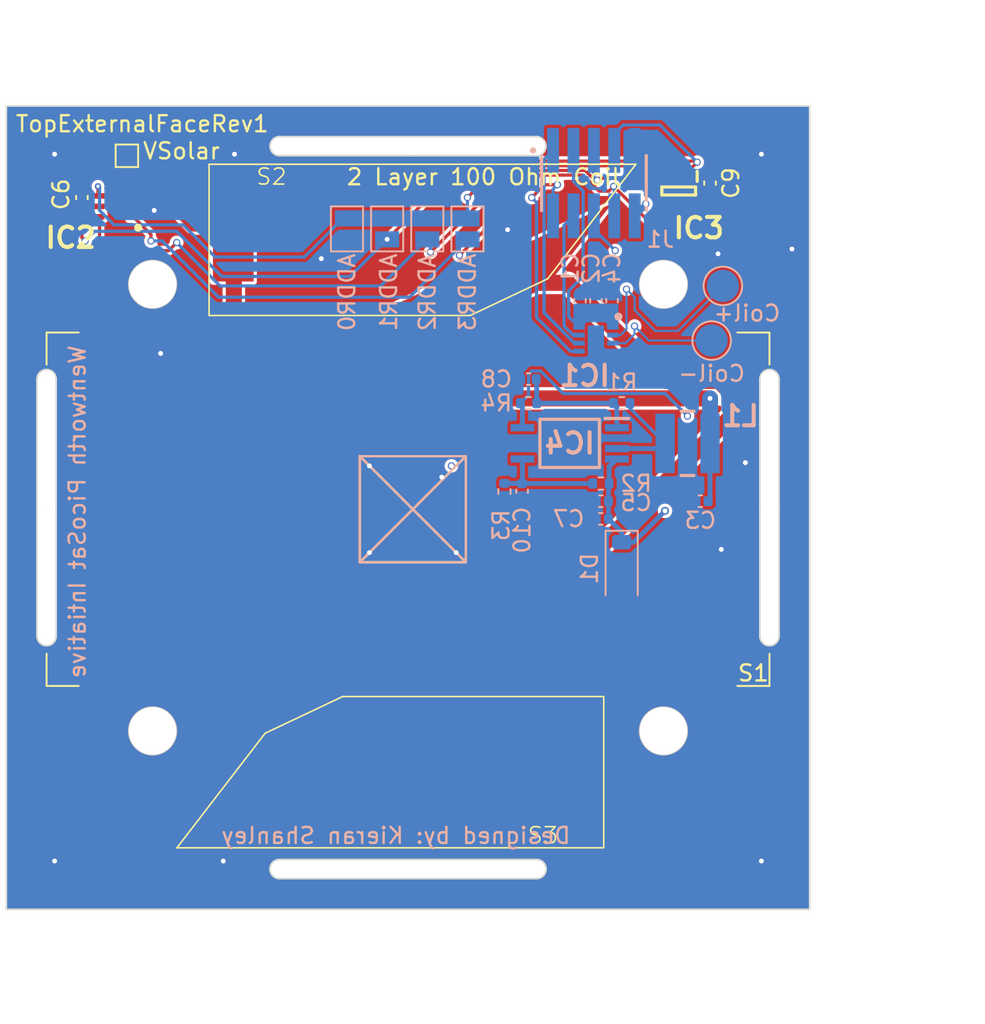
<source format=kicad_pcb>
(kicad_pcb (version 20221018) (generator pcbnew)
  (layers (0 "F.Cu" signal) (1 "In1.Cu" signal) (2 "In2.Cu" signal) (31 "B.Cu" signal) (34 "B.Paste" user) (35 "F.Paste" user) (36 "B.SilkS" user "B.Silkscreen") (37 "F.SilkS" user "F.Silkscreen") (38 "B.Mask" user) (39 "F.Mask" user) (44 "Edge.Cuts" user))
  (net 0 "")
  (net 1 "VBAT")
  (net 2 "GND")
  (net 3 "VHARVEST")
  (net 4 "VOUT")
  (net 5 "+1V8")
  (net 6 "Net-(IC4-MPP-SET)")
  (net 7 "Net-(IC4-VCTRL)")
  (net 8 "Coil+")
  (net 9 "PWM2")
  (net 10 "PWM1")
  (net 11 "EN")
  (net 12 "SCL")
  (net 13 "ADDR_SELECT")
  (net 14 "SDA")
  (net 18 "Net-(IC4-LX)")
  (net 19 "SPV_SHUTDOWN")
  (net 20 "Net-(S2--)")
  (footprint "KXOB121K04TF:SM141K06TFV" (layer "F.Cu") (at 125 125.1 180)
    (fp_text reference "S1" (at -21.5 -10.2 unlocked) (layer "F.SilkS"))
    (fp_text value "SM141K06TFV")
    (fp_line (start -22.5 -11) (end -22.5 -9) (stroke (width 0.12)) (layer "F.SilkS"))
    (fp_line (start -22.5 -11) (end -20.5 -11) (stroke (width 0.12)) (layer "F.SilkS"))
    (fp_line (start -22.5 11) (end -22.5 9) (stroke (width 0.12)) (layer "F.SilkS"))
    (fp_line (start -22.5 11) (end -20.5 11) (stroke (width 0.12)) (layer "F.SilkS"))
    (fp_line (start 22.5 -11) (end 20.5 -11) (stroke (width 0.12)) (layer "F.SilkS"))
    (fp_line (start 22.5 -11) (end 22.5 -9) (stroke (width 0.12)) (layer "F.SilkS"))
    (fp_line (start 22.5 11) (end 20.5 11) (stroke (width 0.12)) (layer "F.SilkS"))
    (fp_line (start 22.5 11) (end 22.5 9) (stroke (width 0.12)) (layer "F.SilkS"))
    (pad "0" smd circle (at -19.5 0 180) (size 3.5 3.5) (layers "F.Cu" "F.Mask") (net 2 "GND"))
    (pad "1" smd circle (at 19.5 0 180) (size 3.5 3.5) (layers "F.Cu" "F.Mask") (net 3 "VHARVEST"))
  )
  (footprint "TestPoint:TestPoint_Pad_1.0x1.0mm" (layer "F.Cu") (at 107.5 103.1)
    (fp_text reference "TP3")
    (fp_text value "VSolar" (at 3.4 -0.3) (layer "F.SilkS"))
    (fp_line (start -0.7 -0.7) (end 0.7 -0.7) (stroke (width 0.12)) (layer "F.SilkS"))
    (fp_line (start -0.7 0.7) (end -0.7 -0.7) (stroke (width 0.12)) (layer "F.SilkS"))
    (fp_line (start 0.7 -0.7) (end 0.7 0.7) (stroke (width 0.12)) (layer "F.SilkS"))
    (fp_line (start 0.7 0.7) (end -0.7 0.7) (stroke (width 0.12)) (layer "F.SilkS"))
    (pad "1" smd rect (at 0 0) (size 1 1) (layers "F.Cu" "F.Mask") (net 3 "VHARVEST"))
  )
  (footprint "Capacitor_SMD:C_0402_1005Metric" (layer "F.Cu") (at 143.8 104.8 90)
    (fp_text reference "C9" (at 0 1.3 90) (layer "F.SilkS"))
    (fp_text value "0.1uF")
    (fp_line (start -0.107836 -0.36) (end 0.107836 -0.36) (stroke (width 0.12)) (layer "F.SilkS"))
    (fp_line (start -0.107836 0.36) (end 0.107836 0.36) (stroke (width 0.12)) (layer "F.SilkS"))
    (pad "1" smd roundrect (at -0.48 0 90) (size 0.56 0.62) (layers "F.Cu" "F.Paste" "F.Mask") (net 2 "GND"))
    (pad "2" smd roundrect (at 0.48 0 90) (size 0.56 0.62) (layers "F.Cu" "F.Paste" "F.Mask") (net 5 "+1V8"))
  )
  (footprint "Capacitor_SMD:C_0402_1005Metric" (layer "F.Cu") (at 104.7 105.7 -90)
    (fp_text reference "C6" (at -0.2 1.3 -90) (layer "F.SilkS"))
    (fp_text value "0.1uF")
    (fp_line (start -0.107836 -0.36) (end 0.107836 -0.36) (stroke (width 0.12)) (layer "F.SilkS"))
    (fp_line (start -0.107836 0.36) (end 0.107836 0.36) (stroke (width 0.12)) (layer "F.SilkS"))
    (pad "1" smd roundrect (at -0.48 0 270) (size 0.56 0.62) (layers "F.Cu" "F.Paste" "F.Mask") (net 2 "GND"))
    (pad "2" smd roundrect (at 0.48 0 270) (size 0.56 0.62) (layers "F.Cu" "F.Paste" "F.Mask") (net 5 "+1V8"))
  )
  (footprint "OPT4048DTSR:SOTFL50P190X60-8N" (layer "F.Cu") (at 141.85 105.29 -90)
    (fp_text reference "IC3" (at 2.31 -1.25) (layer "F.SilkS") (effects (font (size 1.27 1.27) (thickness 0.254))))
    (fp_text value "OPT4048DTSR" hide)
    (fp_line (start -1.22 -1.15) (end -0.6 -1.15) (stroke (width 0.2)) (layer "F.SilkS"))
    (fp_line (start -0.25 -1.05) (end 0.25 -1.05) (stroke (width 0.2)) (layer "F.SilkS"))
    (fp_line (start -0.25 1.05) (end -0.25 -1.05) (stroke (width 0.2)) (layer "F.SilkS"))
    (fp_line (start 0.25 -1.05) (end 0.25 1.05) (stroke (width 0.2)) (layer "F.SilkS"))
    (fp_line (start 0.25 1.05) (end -0.25 1.05) (stroke (width 0.2)) (layer "F.SilkS"))
    (pad "1" smd rect (at -0.91 -0.75) (size 0.3 0.62) (layers "F.Cu" "F.Paste" "F.Mask") (net 5 "+1V8"))
    (pad "2" smd rect (at -0.91 -0.25) (size 0.3 0.62) (layers "F.Cu" "F.Paste" "F.Mask") (net 13 "ADDR_SELECT"))
    (pad "3" smd rect (at -0.91 0.25) (size 0.3 0.62) (layers "F.Cu" "F.Paste" "F.Mask"))
    (pad "4" smd rect (at -0.91 0.75) (size 0.3 0.62) (layers "F.Cu" "F.Paste" "F.Mask") (net 2 "GND"))
    (pad "5" smd rect (at 0.91 0.75) (size 0.3 0.62) (layers "F.Cu" "F.Paste" "F.Mask") (net 12 "SCL"))
    (pad "6" smd rect (at 0.91 0.25) (size 0.3 0.62) (layers "F.Cu" "F.Paste" "F.Mask"))
    (pad "7" smd rect (at 0.91 -0.25) (size 0.3 0.62) (layers "F.Cu" "F.Paste" "F.Mask"))
    (pad "8" smd rect (at 0.91 -0.75) (size 0.3 0.62) (layers "F.Cu" "F.Paste" "F.Mask") (net 14 "SDA"))
  )
  (footprint "Trisolar-x:solar" (layer "F.Cu") (at 128.0405 147.174003)
    (fp_text reference "S3" (at 5.3595 -1.774003 unlocked) (layer "F.SilkS") (effects (font (thickness 0.1))))
    (fp_text value "KXOB25-05X3TF")
    (fp_line (start -17.425 -1) (end -11.938 -8.128) (stroke (width 0.1)) (layer "F.SilkS"))
    (fp_line (start -11.938 -8.128) (end -7.112 -10.414) (stroke (width 0.1)) (layer "F.SilkS"))
    (fp_line (start -7.112 -10.414) (end 9.144 -10.414) (stroke (width 0.1)) (layer "F.SilkS"))
    (fp_line (start 9.144 -10.414) (end 9.144 -1) (stroke (width 0.1)) (layer "F.SilkS"))
    (fp_line (start 9.144 -1) (end -17.425 -1) (stroke (width 0.1)) (layer "F.SilkS"))
    (pad "0" smd trapezoid (at -8.89 -8.382 25) (size 11 3) (rect_delta 0 6) (layers "F.Cu" "F.Paste" "F.Mask") (net 2 "GND"))
    (pad "1" smd rect (at 7.635 -4.69) (size 2.53 7.22) (layers "F.Cu" "F.Paste" "F.Mask") (net 20 "Net-(S2--)"))
  )
  (footprint "Trisolar-x:solar" (layer "F.Cu") (at 121.7595 102.625997 180)
    (fp_text reference "S2" (at 5.2595 -1.774003 unlocked) (layer "F.SilkS") (effects (font (thickness 0.1))))
    (fp_text value "KXOB25-05X3TF")
    (fp_line (start -17.425 -1) (end -11.938 -8.128) (stroke (width 0.1)) (layer "F.SilkS"))
    (fp_line (start -11.938 -8.128) (end -7.112 -10.414) (stroke (width 0.1)) (layer "F.SilkS"))
    (fp_line (start -7.112 -10.414) (end 9.144 -10.414) (stroke (width 0.1)) (layer "F.SilkS"))
    (fp_line (start 9.144 -10.414) (end 9.144 -1) (stroke (width 0.1)) (layer "F.SilkS"))
    (fp_line (start 9.144 -1) (end -17.425 -1) (stroke (width 0.1)) (layer "F.SilkS"))
    (pad "0" smd trapezoid (at -8.89 -8.382 205) (size 11 3) (rect_delta 0 6) (layers "F.Cu" "F.Paste" "F.Mask") (net 20 "Net-(S2--)"))
    (pad "1" smd rect (at 7.635 -4.69 180) (size 2.53 7.22) (layers "F.Cu" "F.Paste" "F.Mask") (net 3 "VHARVEST"))
  )
  (footprint "TMP117MAIDRVR:SON65P200X200X80-7N" (layer "F.Cu") (at 106.85 106.25 180)
    (fp_text reference "IC2" (at 2.85 -1.95 180) (layer "F.SilkS") (effects (font (size 1.27 1.27) (thickness 0.254))))
    (fp_text value "TMP117MAIDRVR" hide)
    (fp_circle (center -1.35 -1.325) (end -1.35 -1.2) (stroke (width 0.25)) (fill none) (layer "F.SilkS"))
    (pad "1" smd rect (at -1.05 -0.65 270) (size 0.35 0.6) (layers "F.Cu" "F.Paste" "F.Mask") (net 12 "SCL"))
    (pad "2" smd rect (at -1.05 0 270) (size 0.35 0.6) (layers "F.Cu" "F.Paste" "F.Mask") (net 2 "GND"))
    (pad "3" smd rect (at -1.05 0.65 270) (size 0.35 0.6) (layers "F.Cu" "F.Paste" "F.Mask") (net 2 "GND"))
    (pad "4" smd rect (at 1.05 0.65 270) (size 0.35 0.6) (layers "F.Cu" "F.Paste" "F.Mask") (net 13 "ADDR_SELECT"))
    (pad "5" smd rect (at 1.05 0 270) (size 0.35 0.6) (layers "F.Cu" "F.Paste" "F.Mask") (net 5 "+1V8"))
    (pad "6" smd rect (at 1.05 -0.65 270) (size 0.35 0.6) (layers "F.Cu" "F.Paste" "F.Mask") (net 14 "SDA"))
    (pad "7" smd rect (at 0 0 180) (size 1.1 1.7) (layers "F.Cu" "F.Paste" "F.Mask") (net 2 "GND"))
  )
  (footprint "Capacitor_SMD:C_0402_1005Metric" (layer "B.Cu") (at 132.1 123.98 -90)
    (fp_text reference "C10" (at 2.42 0 90) (layer "B.SilkS") (effects (justify mirror)))
    (fp_text value "1nF")
    (fp_line (start -0.107836 -0.36) (end 0.107836 -0.36) (stroke (width 0.12)) (layer "B.SilkS"))
    (fp_line (start -0.107836 0.36) (end 0.107836 0.36) (stroke (width 0.12)) (layer "B.SilkS"))
    (pad "1" smd roundrect (at -0.48 0 270) (size 0.56 0.62) (layers "B.Cu" "B.Paste" "B.Mask") (net 7 "Net-(IC4-VCTRL)"))
    (pad "2" smd roundrect (at 0.48 0 270) (size 0.56 0.62) (layers "B.Cu" "B.Paste" "B.Mask") (net 2 "GND"))
  )
  (footprint "Jumper:SolderJumper-2_P1.3mm_Open_Pad1.0x1.5mm" (layer "B.Cu") (at 121.2 107.65 -90)
    (fp_text reference "JP1")
    (fp_text value "ADDR0" (at 3.95 0 90) (layer "B.SilkS") (effects (justify mirror)))
    (fp_line (start -1.4 -1) (end -1.4 1) (stroke (width 0.12)) (layer "B.SilkS"))
    (fp_line (start -1.4 1) (end 1.4 1) (stroke (width 0.12)) (layer "B.SilkS"))
    (fp_line (start 1.4 -1) (end -1.4 -1) (stroke (width 0.12)) (layer "B.SilkS"))
    (fp_line (start 1.4 1) (end 1.4 -1) (stroke (width 0.12)) (layer "B.SilkS"))
    (pad "1" smd rect (at -0.65 0 270) (size 1 1.5) (layers "B.Cu" "B.Mask") (net 13 "ADDR_SELECT"))
    (pad "2" smd rect (at 0.65 0 270) (size 1 1.5) (layers "B.Cu" "B.Mask") (net 2 "GND"))
  )
  (footprint "TestPoint:TestPoint_Pad_D2.0mm" (layer "B.Cu") (at 143.9 114.6 180)
    (fp_text reference "TP2")
    (fp_text value "Coil-" (at 0 -2.05) (layer "B.SilkS") (effects (justify mirror)))
    (fp_circle (center 0 0) (end 0 -1.2) (stroke (width 0.12)) (fill none) (layer "B.SilkS"))
    (pad "1" smd circle (at 0 0 180) (size 2 2) (layers "B.Cu" "B.Mask") (net 8 "Coil+"))
  )
  (footprint "TestPoint:TestPoint_Pad_D2.0mm" (layer "B.Cu") (at 144.6 111.2 180)
    (fp_text reference "TP1")
    (fp_text value "Coil+" (at -1.5 -1.7) (layer "B.SilkS") (effects (justify mirror)))
    (fp_circle (center 0 0) (end 0 -1.2) (stroke (width 0.12)) (fill none) (layer "B.SilkS"))
    (pad "1" smd circle (at 0 0 180) (size 2 2) (layers "B.Cu" "B.Mask") (net 8 "Coil+"))
  )
  (footprint "Resistor_SMD:R_0402_1005Metric" (layer "B.Cu") (at 138.31 118.5)
    (fp_text reference "R1" (at 0 -1.3 180) (layer "B.SilkS") (effects (justify mirror)))
    (fp_text value "1K")
    (fp_line (start -0.153641 -0.38) (end 0.153641 -0.38) (stroke (width 0.12)) (layer "B.SilkS"))
    (fp_line (start -0.153641 0.38) (end 0.153641 0.38) (stroke (width 0.12)) (layer "B.SilkS"))
    (pad "1" smd roundrect (at -0.51 0) (size 0.54 0.64) (layers "B.Cu" "B.Paste" "B.Mask") (net 6 "Net-(IC4-MPP-SET)"))
    (pad "2" smd roundrect (at 0.51 0) (size 0.54 0.64) (layers "B.Cu" "B.Paste" "B.Mask") (net 18 "Net-(IC4-LX)"))
  )
  (footprint "FTSH-105-01-L-DV:SAMTEC_FTSH-105-XX-X-DV" (layer "B.Cu") (at 136.57 104.8)
    (fp_text reference "J1" (at 4.13 3.5 180) (layer "B.SilkS") (effects (justify mirror)))
    (fp_text value "FTSH-105-XX-X-DV")
    (fp_line (start -3.26 1.715) (end -3.26 -1.715) (stroke (width 0.2)) (layer "B.SilkS"))
    (fp_line (start 3.26 -1.715) (end 3.26 1.715) (stroke (width 0.2)) (layer "B.SilkS"))
    (fp_circle (center -3.79 -2.035) (end -3.69 -2.035) (stroke (width 0.2)) (fill none) (layer "B.SilkS"))
    (pad "01" smd rect (at -2.54 -2.035) (size 0.74 2.79) (layers "B.Cu" "B.Paste" "B.Mask") (net 10 "PWM1"))
    (pad "02" smd rect (at -2.54 2.035) (size 0.74 2.79) (layers "B.Cu" "B.Paste" "B.Mask") (net 9 "PWM2"))
    (pad "03" smd rect (at -1.27 -2.035) (size 0.74 2.79) (layers "B.Cu" "B.Paste" "B.Mask") (net 1 "VBAT"))
    (pad "04" smd rect (at -1.27 2.035) (size 0.74 2.79) (layers "B.Cu" "B.Paste" "B.Mask") (net 11 "EN"))
    (pad "05" smd rect (at 0 -2.035) (size 0.74 2.79) (layers "B.Cu" "B.Paste" "B.Mask") (net 14 "SDA"))
    (pad "06" smd rect (at 0 2.035) (size 0.74 2.79) (layers "B.Cu" "B.Paste" "B.Mask") (net 19 "SPV_SHUTDOWN"))
    (pad "07" smd rect (at 1.27 -2.035) (size 0.74 2.79) (layers "B.Cu" "B.Paste" "B.Mask") (net 5 "+1V8"))
    (pad "08" smd rect (at 1.27 2.035) (size 0.74 2.79) (layers "B.Cu" "B.Paste" "B.Mask") (net 12 "SCL"))
    (pad "09" smd rect (at 2.54 -2.035) (size 0.74 2.79) (layers "B.Cu" "B.Paste" "B.Mask") (net 2 "GND"))
    (pad "10" smd rect (at 2.54 2.035) (size 0.74 2.79) (layers "B.Cu" "B.Paste" "B.Mask") (net 4 "VOUT"))
  )
  (footprint "Capacitor_SMD:C_0402_1005Metric" (layer "B.Cu") (at 137.7 112.12 -90)
    (fp_text reference "C4" (at -2.02 0 90) (layer "B.SilkS") (effects (justify mirror)))
    (fp_text value "0.1uF")
    (fp_line (start -0.107836 -0.36) (end 0.107836 -0.36) (stroke (width 0.12)) (layer "B.SilkS"))
    (fp_line (start -0.107836 0.36) (end 0.107836 0.36) (stroke (width 0.12)) (layer "B.SilkS"))
    (pad "1" smd roundrect (at -0.48 0 270) (size 0.56 0.62) (layers "B.Cu" "B.Paste" "B.Mask") (net 2 "GND"))
    (pad "2" smd roundrect (at 0.48 0 270) (size 0.56 0.62) (layers "B.Cu" "B.Paste" "B.Mask") (net 1 "VBAT"))
  )
  (footprint "Capacitor_SMD:C_0402_1005Metric" (layer "B.Cu") (at 137 125.7 180)
    (fp_text reference "C7" (at 2 0) (layer "B.SilkS") (effects (justify mirror)))
    (fp_text value "4.7uF")
    (fp_line (start -0.107836 -0.36) (end 0.107836 -0.36) (stroke (width 0.12)) (layer "B.SilkS"))
    (fp_line (start -0.107836 0.36) (end 0.107836 0.36) (stroke (width 0.12)) (layer "B.SilkS"))
    (pad "1" smd roundrect (at -0.48 0 180) (size 0.56 0.62) (layers "B.Cu" "B.Paste" "B.Mask") (net 4 "VOUT"))
    (pad "2" smd roundrect (at 0.48 0 180) (size 0.56 0.62) (layers "B.Cu" "B.Paste" "B.Mask") (net 2 "GND"))
  )
  (footprint "Jumper:SolderJumper-2_P1.3mm_Open_Pad1.0x1.5mm" (layer "B.Cu") (at 126.2 107.65 -90)
    (fp_text reference "JP3")
    (fp_text value "ADDR2" (at 3.95 0 90) (layer "B.SilkS") (effects (justify mirror)))
    (fp_line (start -1.4 -1) (end -1.4 1) (stroke (width 0.12)) (layer "B.SilkS"))
    (fp_line (start -1.4 1) (end 1.4 1) (stroke (width 0.12)) (layer "B.SilkS"))
    (fp_line (start 1.4 -1) (end -1.4 -1) (stroke (width 0.12)) (layer "B.SilkS"))
    (fp_line (start 1.4 1) (end 1.4 -1) (stroke (width 0.12)) (layer "B.SilkS"))
    (pad "1" smd rect (at -0.65 0 270) (size 1 1.5) (layers "B.Cu" "B.Mask") (net 13 "ADDR_SELECT"))
    (pad "2" smd rect (at 0.65 0 270) (size 1 1.5) (layers "B.Cu" "B.Mask") (net 14 "SDA"))
  )
  (footprint "NRS4012T150MDGJ:NRS4012T150MDGJ" (layer "B.Cu") (at 142.4 121)
    (fp_text reference "L1" (at 3.3 -1.7 180) (layer "B.SilkS") (effects (font (size 1.27 1.27) (thickness 0.254)) (justify mirror)))
    (fp_text value "NRS4012T150MDGJ" hide)
    (fp_line (start -0.4 -2) (end 0.4 -2) (stroke (width 0.2)) (layer "B.SilkS"))
    (fp_line (start -0.4 2) (end 0.4 2) (stroke (width 0.2)) (layer "B.SilkS"))
    (pad "1" smd rect (at -1.4 0) (size 1.2 3.7) (layers "B.Cu" "B.Paste" "B.Mask") (net 18 "Net-(IC4-LX)"))
    (pad "2" smd rect (at 1.4 0) (size 1.2 3.7) (layers "B.Cu" "B.Paste" "B.Mask") (net 3 "VHARVEST"))
  )
  (footprint "Capacitor_SMD:C_0402_1005Metric" (layer "B.Cu") (at 135.7 112.12 90)
    (fp_text reference "C1" (at 2.02 -0.6 270) (layer "B.SilkS") (effects (justify mirror)))
    (fp_text value "10uF")
    (fp_line (start -0.107836 -0.36) (end 0.107836 -0.36) (stroke (width 0.12)) (layer "B.SilkS"))
    (fp_line (start -0.107836 0.36) (end 0.107836 0.36) (stroke (width 0.12)) (layer "B.SilkS"))
    (pad "1" smd roundrect (at -0.48 0 90) (size 0.56 0.62) (layers "B.Cu" "B.Paste" "B.Mask") (net 1 "VBAT"))
    (pad "2" smd roundrect (at 0.48 0 90) (size 0.56 0.62) (layers "B.Cu" "B.Paste" "B.Mask") (net 2 "GND"))
  )
  (footprint "Resistor_SMD:R_0402_1005Metric" (layer "B.Cu") (at 137.01 123.5 180)
    (fp_text reference "R2" (at -2.19 0) (layer "B.SilkS") (effects (justify mirror)))
    (fp_text value "1M")
    (fp_line (start -0.153641 -0.38) (end 0.153641 -0.38) (stroke (width 0.12)) (layer "B.SilkS"))
    (fp_line (start -0.153641 0.38) (end 0.153641 0.38) (stroke (width 0.12)) (layer "B.SilkS"))
    (pad "1" smd roundrect (at -0.51 0 180) (size 0.54 0.64) (layers "B.Cu" "B.Paste" "B.Mask") (net 4 "VOUT"))
    (pad "2" smd roundrect (at 0.51 0 180) (size 0.54 0.64) (layers "B.Cu" "B.Paste" "B.Mask") (net 7 "Net-(IC4-VCTRL)"))
  )
  (footprint "Jumper:SolderJumper-2_P1.3mm_Open_Pad1.0x1.5mm" (layer "B.Cu") (at 128.7 107.65 -90)
    (fp_text reference "JP4")
    (fp_text value "ADDR3" (at 3.95 0 90) (layer "B.SilkS") (effects (justify mirror)))
    (fp_line (start -1.4 -1) (end -1.4 1) (stroke (width 0.12)) (layer "B.SilkS"))
    (fp_line (start -1.4 1) (end 1.4 1) (stroke (width 0.12)) (layer "B.SilkS"))
    (fp_line (start 1.4 -1) (end -1.4 -1) (stroke (width 0.12)) (layer "B.SilkS"))
    (fp_line (start 1.4 1) (end 1.4 -1) (stroke (width 0.12)) (layer "B.SilkS"))
    (pad "1" smd rect (at -0.65 0 270) (size 1 1.5) (layers "B.Cu" "B.Mask") (net 13 "ADDR_SELECT"))
    (pad "2" smd rect (at 0.65 0 270) (size 1 1.5) (layers "B.Cu" "B.Mask") (net 12 "SCL"))
  )
  (footprint "Capacitor_SMD:C_0402_1005Metric" (layer "B.Cu") (at 143.2 124.6 180)
    (fp_text reference "C3" (at 0 -1.2) (layer "B.SilkS") (effects (justify mirror)))
    (fp_text value "10uF")
    (fp_line (start -0.107836 -0.36) (end 0.107836 -0.36) (stroke (width 0.12)) (layer "B.SilkS"))
    (fp_line (start -0.107836 0.36) (end 0.107836 0.36) (stroke (width 0.12)) (layer "B.SilkS"))
    (pad "1" smd roundrect (at -0.48 0 180) (size 0.56 0.62) (layers "B.Cu" "B.Paste" "B.Mask") (net 3 "VHARVEST"))
    (pad "2" smd roundrect (at 0.48 0 180) (size 0.56 0.62) (layers "B.Cu" "B.Paste" "B.Mask") (net 2 "GND"))
  )
  (footprint "Capacitor_SMD:C_0402_1005Metric" (layer "B.Cu") (at 137 124.6 180)
    (fp_text reference "C5" (at -2.2 -0.1) (layer "B.SilkS") (effects (justify mirror)))
    (fp_text value "10uF")
    (fp_line (start -0.107836 -0.36) (end 0.107836 -0.36) (stroke (width 0.12)) (layer "B.SilkS"))
    (fp_line (start -0.107836 0.36) (end 0.107836 0.36) (stroke (width 0.12)) (layer "B.SilkS"))
    (pad "1" smd roundrect (at -0.48 0 180) (size 0.56 0.62) (layers "B.Cu" "B.Paste" "B.Mask") (net 4 "VOUT"))
    (pad "2" smd roundrect (at 0.48 0 180) (size 0.56 0.62) (layers "B.Cu" "B.Paste" "B.Mask") (net 2 "GND"))
  )
  (footprint "Capacitor_SMD:C_0402_1005Metric" (layer "B.Cu") (at 132.5 117)
    (fp_text reference "C8" (at -2 0 180) (layer "B.SilkS") (effects (justify mirror)))
    (fp_text value "100nF")
    (fp_line (start -0.107836 -0.36) (end 0.107836 -0.36) (stroke (width 0.12)) (layer "B.SilkS"))
    (fp_line (start -0.107836 0.36) (end 0.107836 0.36) (stroke (width 0.12)) (layer "B.SilkS"))
    (pad "1" smd roundrect (at -0.48 0) (size 0.56 0.62) (layers "B.Cu" "B.Paste" "B.Mask") (net 2 "GND"))
    (pad "2" smd roundrect (at 0.48 0) (size 0.56 0.62) (layers "B.Cu" "B.Paste" "B.Mask") (net 6 "Net-(IC4-MPP-SET)"))
  )
  (footprint "Capacitor_SMD:C_0402_1005Metric" (layer "B.Cu") (at 136.7 112.12 90)
    (fp_text reference "C2" (at 2.02 -0.3 270) (layer "B.SilkS") (effects (justify mirror)))
    (fp_text value "10uF")
    (fp_line (start -0.107836 -0.36) (end 0.107836 -0.36) (stroke (width 0.12)) (layer "B.SilkS"))
    (fp_line (start -0.107836 0.36) (end 0.107836 0.36) (stroke (width 0.12)) (layer "B.SilkS"))
    (pad "1" smd roundrect (at -0.48 0 90) (size 0.56 0.62) (layers "B.Cu" "B.Paste" "B.Mask") (net 1 "VBAT"))
    (pad "2" smd roundrect (at 0.48 0 90) (size 0.56 0.62) (layers "B.Cu" "B.Paste" "B.Mask") (net 2 "GND"))
  )
  (footprint "DRV8212PDSGR:SON50P200X200X80-9N" (layer "B.Cu") (at 136.7 114.5125 180)
    (fp_text reference "IC1" (at 0.7 -2.2875) (layer "B.SilkS") (effects (font (size 1.27 1.27) (thickness 0.254)) (justify mirror)))
    (fp_text value "DRV8212PDSGR" hide)
    (fp_circle (center -1.4 1.4) (end -1.4 1.275) (stroke (width 0.25)) (fill none) (layer "B.SilkS"))
    (pad "1" smd rect (at -1.05 0.75 90) (size 0.3 0.7) (layers "B.Cu" "B.Paste" "B.Mask") (net 1 "VBAT"))
    (pad "2" smd rect (at -1.05 0.25 90) (size 0.3 0.7) (layers "B.Cu" "B.Paste" "B.Mask") (net 8 "Coil+"))
    (pad "3" smd rect (at -1.05 -0.25 90) (size 0.3 0.7) (layers "B.Cu" "B.Paste" "B.Mask") (net 8 "Coil+"))
    (pad "4" smd rect (at -1.05 -0.75 90) (size 0.3 0.7) (layers "B.Cu" "B.Paste" "B.Mask") (net 2 "GND"))
    (pad "5" smd rect (at 1.05 -0.75 90) (size 0.3 0.7) (layers "B.Cu" "B.Paste" "B.Mask") (net 9 "PWM2"))
    (pad "6" smd rect (at 1.05 -0.25 90) (size 0.3 0.7) (layers "B.Cu" "B.Paste" "B.Mask") (net 10 "PWM1"))
    (pad "7" smd rect (at 1.05 0.25 90) (size 0.3 0.7) (layers "B.Cu" "B.Paste" "B.Mask") (net 11 "EN"))
    (pad "8" smd rect (at 1.05 0.75 90) (size 0.3 0.7) (layers "B.Cu" "B.Paste" "B.Mask") (net 1 "VBAT"))
    (pad "9" smd rect (at 0 0 180) (size 1 1.7) (layers "B.Cu" "B.Paste" "B.Mask") (net 2 "GND"))
  )
  (footprint "Resistor_SMD:R_0402_1005Metric" (layer "B.Cu") (at 132.5 118.5 180)
    (fp_text reference "R4" (at 2 0) (layer "B.SilkS") (effects (justify mirror)))
    (fp_text value "1M")
    (fp_line (start -0.153641 -0.38) (end 0.153641 -0.38) (stroke (width 0.12)) (layer "B.SilkS"))
    (fp_line (start -0.153641 0.38) (end 0.153641 0.38) (stroke (width 0.12)) (layer "B.SilkS"))
    (pad "1" smd roundrect (at -0.51 0 180) (size 0.54 0.64) (layers "B.Cu" "B.Paste" "B.Mask") (net 6 "Net-(IC4-MPP-SET)"))
    (pad "2" smd roundrect (at 0.51 0 180) (size 0.54 0.64) (layers "B.Cu" "B.Paste" "B.Mask") (net 19 "SPV_SHUTDOWN"))
  )
  (footprint "Resistor_SMD:R_0402_1005Metric" (layer "B.Cu") (at 131 124 -90)
    (fp_text reference "R3" (at 2.1 0.2 90) (layer "B.SilkS") (effects (justify mirror)))
    (fp_text value "420k")
    (fp_line (start -0.153641 -0.38) (end 0.153641 -0.38) (stroke (width 0.12)) (layer "B.SilkS"))
    (fp_line (start -0.153641 0.38) (end 0.153641 0.38) (stroke (width 0.12)) (layer "B.SilkS"))
    (pad "1" smd roundrect (at -0.51 0 270) (size 0.54 0.64) (layers "B.Cu" "B.Paste" "B.Mask") (net 7 "Net-(IC4-VCTRL)"))
    (pad "2" smd roundrect (at 0.51 0 270) (size 0.54 0.64) (layers "B.Cu" "B.Paste" "B.Mask") (net 2 "GND"))
  )
  (footprint "Jumper:SolderJumper-2_P1.3mm_Open_Pad1.0x1.5mm" (layer "B.Cu") (at 123.7 107.65 -90)
    (fp_text reference "JP2")
    (fp_text value "ADDR1" (at 3.95 -0.1 90) (layer "B.SilkS") (effects (justify mirror)))
    (fp_line (start -1.4 -1) (end -1.4 1) (stroke (width 0.12)) (layer "B.SilkS"))
    (fp_line (start -1.4 1) (end 1.4 1) (stroke (width 0.12)) (layer "B.SilkS"))
    (fp_line (start 1.4 -1) (end -1.4 -1) (stroke (width 0.12)) (layer "B.SilkS"))
    (fp_line (start 1.4 1) (end 1.4 -1) (stroke (width 0.12)) (layer "B.SilkS"))
    (pad "1" smd rect (at -0.65 0 270) (size 1 1.5) (layers "B.Cu" "B.Mask") (net 13 "ADDR_SELECT"))
    (pad "2" smd rect (at 0.65 0 270) (size 1 1.5) (layers "B.Cu" "B.Mask") (net 5 "+1V8"))
  )
  (footprint "SPV1040T:SOP65P640X120-8N" (layer "B.Cu") (at 135.062 121 180)
    (fp_text reference "IC4" (at 0 0) (layer "B.SilkS") (effects (font (size 1.27 1.27) (thickness 0.254)) (justify mirror)))
    (fp_text value "SPV1040T" hide)
    (fp_line (start -3.675 1.55) (end -2.2 1.55) (stroke (width 0.2)) (layer "B.SilkS"))
    (fp_line (start -1.85 -1.5) (end -1.85 1.5) (stroke (width 0.2)) (layer "B.SilkS"))
    (fp_line (start -1.85 1.5) (end 1.85 1.5) (stroke (width 0.2)) (layer "B.SilkS"))
    (fp_line (start 1.85 -1.5) (end -1.85 -1.5) (stroke (width 0.2)) (layer "B.SilkS"))
    (fp_line (start 1.85 1.5) (end 1.85 -1.5) (stroke (width 0.2)) (layer "B.SilkS"))
    (pad "1" smd rect (at -2.938 0.975 90) (size 0.45 1.475) (layers "B.Cu" "B.Paste" "B.Mask") (net 6 "Net-(IC4-MPP-SET)"))
    (pad "2" smd rect (at -2.938 0.325 90) (size 0.45 1.475) (layers "B.Cu" "B.Paste" "B.Mask") (net 2 "GND"))
    (pad "3" smd rect (at -2.938 -0.325 90) (size 0.45 1.475) (layers "B.Cu" "B.Paste" "B.Mask") (net 18 "Net-(IC4-LX)"))
    (pad "4" smd rect (at -2.938 -0.975 90) (size 0.45 1.475) (layers "B.Cu" "B.Paste" "B.Mask") (net 4 "VOUT"))
    (pad "5" smd rect (at 2.938 -0.975 90) (size 0.45 1.475) (layers "B.Cu" "B.Paste" "B.Mask") (net 7 "Net-(IC4-VCTRL)"))
    (pad "6" smd rect (at 2.938 -0.325 90) (size 0.45 1.475) (layers "B.Cu" "B.Paste" "B.Mask") (net 2 "GND"))
    (pad "7" smd rect (at 2.938 0.325 90) (size 0.45 1.475) (layers "B.Cu" "B.Paste" "B.Mask") (net 2 "GND"))
    (pad "8" smd rect (at 2.938 0.975 90) (size 0.45 1.475) (layers "B.Cu" "B.Paste" "B.Mask") (net 19 "SPV_SHUTDOWN"))
  )
  (footprint "Diode_SMD:D_SOD-123" (layer "B.Cu") (at 138.3 128.8 -90)
    (fp_text reference "D1" (at 0 2 90) (layer "B.SilkS") (effects (justify mirror)))
    (fp_text value "4.5v")
    (fp_line (start -2.36 -1) (end 1.65 -1) (stroke (width 0.12)) (layer "B.SilkS"))
    (fp_line (start -2.36 1) (end -2.36 -1) (stroke (width 0.12)) (layer "B.SilkS"))
    (fp_line (start -2.36 1) (end 1.65 1) (stroke (width 0.12)) (layer "B.SilkS"))
    (pad "1" smd roundrect (at -1.65 0 270) (size 0.9 1.2) (layers "B.Cu" "B.Paste" "B.Mask") (net 4 "VOUT"))
    (pad "2" smd roundrect (at 1.65 0 270) (size 0.9 1.2) (layers "B.Cu" "B.Paste" "B.Mask") (net 2 "GND"))
  )
  (gr_line (start 128.6 121.8) (end 122 128.4) (stroke (width 0.15)) (layer "B.SilkS"))
  (gr_rect (start 122 121.8) (end 128.6 128.4) (stroke (width 0.15)) (fill none) (layer "B.SilkS"))
  (gr_line (start 122 121.8) (end 128.6 128.4) (stroke (width 0.15)) (layer "B.SilkS"))
  (gr_rect (start 122 121.8) (end 128.6 128.4) (stroke (width 0.15)) (fill none) (layer "F.SilkS"))
  (gr_line (start 128.6 121.8) (end 122 128.4) (stroke (width 0.15)) (layer "F.SilkS"))
  (gr_line (start 122 121.8) (end 128.6 128.4) (stroke (width 0.15)) (layer "F.SilkS"))
  (gr_circle (center 109.1 138.9) (end 109.1 137.4) (stroke (width 0.05)) (fill none) (layer "Edge.Cuts"))
  (gr_line (start 146.9 117) (end 146.9 125) (stroke (width 0.1)) (layer "Edge.Cuts"))
  (gr_arc (start 101.9 117) (mid 102.5 116.4) (end 103.1 117) (stroke (width 0.1)) (layer "Edge.Cuts"))
  (gr_line (start 125 103.1) (end 133 103.1) (stroke (width 0.1)) (layer "Edge.Cuts"))
  (gr_line (start 125 146.9) (end 117 146.9) (stroke (width 0.1)) (layer "Edge.Cuts"))
  (gr_arc (start 117 103.1) (mid 116.4 102.5) (end 117 101.9) (stroke (width 0.1)) (layer "Edge.Cuts"))
  (gr_arc (start 146.9 117) (mid 147.5 116.4) (end 148.1 117) (stroke (width 0.1)) (layer "Edge.Cuts"))
  (gr_line (start 117 103.1) (end 125 103.1) (stroke (width 0.1)) (layer "Edge.Cuts"))
  (gr_line (start 125 148.1) (end 133 148.1) (stroke (width 0.1)) (layer "Edge.Cuts"))
  (gr_line (start 117 148.1) (end 125 148.1) (stroke (width 0.1)) (layer "Edge.Cuts"))
  (gr_line (start 101.9 125) (end 101.9 133) (stroke (width 0.1)) (layer "Edge.Cuts"))
  (gr_line (start 146.9 125) (end 146.9 133) (stroke (width 0.1)) (layer "Edge.Cuts"))
  (gr_arc (start 117 148.1) (mid 116.4 147.5) (end 117 146.9) (stroke (width 0.1)) (layer "Edge.Cuts"))
  (gr_arc (start 133 146.9) (mid 133.6 147.5) (end 133 148.1) (stroke (width 0.1)) (layer "Edge.Cuts"))
  (gr_line (start 103.1 133) (end 103.1 125) (stroke (width 0.1)) (layer "Edge.Cuts"))
  (gr_circle (center 140.9 138.9) (end 140.9 137.4) (stroke (width 0.05)) (fill none) (layer "Edge.Cuts"))
  (gr_line locked (start 150 150) (end 100 150) (stroke (width 0.1)) (layer "Edge.Cuts"))
  (gr_line (start 148.1 125) (end 148.1 117) (stroke (width 0.1)) (layer "Edge.Cuts"))
  (gr_arc (start 103.1 133) (mid 102.5 133.6) (end 101.9 133) (stroke (width 0.1)) (layer "Edge.Cuts"))
  (gr_line locked (start 150 100) (end 150 150) (stroke (width 0.1)) (layer "Edge.Cuts"))
  (gr_circle (center 109.1 111.1) (end 109.1 109.6) (stroke (width 0.05)) (fill none) (layer "Edge.Cuts"))
  (gr_arc (start 133 101.9) (mid 133.6 102.5) (end 133 103.1) (stroke (width 0.1)) (layer "Edge.Cuts"))
  (gr_line locked (start 100 150) (end 100 100) (stroke (width 0.1)) (layer "Edge.Cuts"))
  (gr_line (start 101.9 117) (end 101.9 125) (stroke (width 0.1)) (layer "Edge.Cuts"))
  (gr_circle (center 140.9 111.1) (end 140.9 109.6) (stroke (width 0.05)) (fill none) (layer "Edge.Cuts"))
  (gr_line (start 103.1 125) (end 103.1 117) (stroke (width 0.1)) (layer "Edge.Cuts"))
  (gr_line (start 133 146.9) (end 125 146.9) (stroke (width 0.1)) (layer "Edge.Cuts"))
  (gr_line locked (start 100 100) (end 150 100) (stroke (width 0.1)) (layer "Edge.Cuts"))
  (gr_line (start 148.1 133) (end 148.1 125) (stroke (width 0.1)) (layer "Edge.Cuts"))
  (gr_line (start 125 101.9) (end 117 101.9) (stroke (width 0.1)) (layer "Edge.Cuts"))
  (gr_line (start 133 101.9) (end 125 101.9) (stroke (width 0.1)) (layer "Edge.Cuts"))
  (gr_arc (start 148.1 133) (mid 147.5 133.6) (end 146.9 133) (stroke (width 0.1)) (layer "Edge.Cuts"))
  (gr_text "Designed by: Kieran Shanley" (at 135.2 146) (layer "B.SilkS") (effects (font (size 1 1)) (justify left bottom mirror)))
  (gr_text "Wentworth PicoSat Intiative" (at 105 114.8 90) (layer "B.SilkS") (effects (font (size 1 1)) (justify left bottom mirror)))
  (gr_text "2 Layer 100 Ohm Coil" (at 121.1 105) (layer "F.SilkS") (effects (font (size 1 1)) (justify left bottom)))
  (gr_text "TopExternalFaceRev1" (at 100.5 101.7) (layer "F.SilkS") (effects (font (size 1 1)) (justify left bottom)))
  (segment (start 135 111.5) (end 135 113.1125) (width 0.2) (layer "B.Cu") (net 1))
  (segment (start 135 113.1125) (end 135.65 113.7625) (width 0.2) (layer "B.Cu") (net 1))
  (segment (start 135.9 110.6) (end 135 111.5) (width 0.2) (layer "B.Cu") (net 1))
  (segment (start 135.3 104.69) (end 135.9 105.29) (width 0.2) (layer "B.Cu") (net 1))
  (segment (start 135.9 105.29) (end 135.9 110.6) (width 0.2) (layer "B.Cu") (net 1))
  (segment (start 135.3 102.765) (end 135.3 104.69) (width 0.2) (layer "B.Cu") (net 1))
  (via (at 131.2 107.7) (size 0.6) (drill 0.3) (layers "F.Cu" "B.Cu") (net 2))
  (via (at 144.5 127.6) (size 0.6) (drill 0.3) (layers "F.Cu" "B.Cu") (net 2))
  (via (at 109.2 106.5) (size 0.6) (drill 0.3) (layers "F.Cu" "B.Cu") (net 2))
  (via (at 119.6 109.5) (size 0.6) (drill 0.3) (layers "F.Cu" "B.Cu") (net 2))
  (via (at 109.6 115.4) (size 0.6) (drill 0.3) (layers "F.Cu" "B.Cu") (net 2))
  (via (at 122.6 122.4) (size 0.6) (drill 0.3) (layers "F.Cu" "B.Cu") (net 2))
  (via (at 122.6 127.8) (size 0.6) (drill 0.3) (layers "F.Cu" "B.Cu") (net 2))
  (via (at 114.2 103) (size 0.6) (drill 0.3) (layers "F.Cu" "B.Cu") (net 2))
  (via (at 147 147) (size 0.6) (drill 0.3) (layers "F.Cu" "B.Cu") (net 2))
  (via (at 128 127.8) (size 0.6) (drill 0.3) (layers "F.Cu" "B.Cu") (net 2))
  (via (at 147 103) (size 0.6) (drill 0.3) (layers "F.Cu" "B.Cu") (net 2))
  (via (at 148.9 108.9) (size 0.6) (drill 0.3) (layers "F.Cu" "B.Cu") (net 2))
  (via (at 103 147) (size 0.6) (drill 0.3) (layers "F.Cu" "B.Cu") (net 2))
  (via (at 127.1 123.1) (size 0.6) (drill 0.3) (layers "F.Cu" "B.Cu") (net 2))
  (via (at 113.5 147) (size 0.6) (drill 0.3) (layers "F.Cu" "B.Cu") (net 2))
  (via (at 103 103) (size 0.6) (drill 0.3) (layers "F.Cu" "B.Cu") (net 2))
  (via (at 146 122.2) (size 0.6) (drill 0.3) (layers "F.Cu" "B.Cu") (net 2))
  (via (at 144.3 109.2) (size 0.6) (drill 0.3) (layers "F.Cu" "B.Cu") (net 2))
  (segment (start 114.157 116.443) (end 114.157 107.348497) (width 1) (layer "F.Cu") (net 3))
  (segment (start 114.157 116.443) (end 115.914 118.2) (width 1) (layer "F.Cu") (net 3))
  (segment (start 114.1245 107.315997) (end 111.715997 107.315997) (width 1) (layer "F.Cu") (net 3))
  (segment (start 105.5 125.1) (end 114.157 116.443) (width 1) (layer "F.Cu") (net 3))
  (segment (start 111.715997 107.315997) (end 107.5 103.1) (width 1) (layer "F.Cu") (net 3))
  (segment (start 115.914 118.2) (end 143.8 118.2) (width 1) (layer "F.Cu") (net 3))
  (segment (start 114.157 107.348497) (end 114.1245 107.315997) (width 1) (layer "F.Cu") (net 3))
  (via (at 143.8 118.2) (size 0.6) (drill 0.3) (layers "F.Cu" "B.Cu") (net 3))
  (segment (start 143.8 124.48) (end 143.8 121) (width 0.3) (layer "B.Cu") (net 3))
  (segment (start 143.8 118.2) (end 143.8 121) (width 1) (layer "B.Cu") (net 3))
  (segment (start 143.68 124.6) (end 143.8 124.48) (width 0.3) (layer "B.Cu") (net 3))
  (via (at 139.8 106.0895) (size 0.45) (drill 0.3) (layers "F.Cu" "B.Cu") (net 4))
  (via (at 141 125.2) (size 0.5) (drill 0.3) (layers "F.Cu" "B.Cu") (net 4))
  (segment (start 137.52 123.5) (end 137.52 122.455) (width 0.3) (layer "B.Cu") (net 4))
  (segment (start 139.05 127.15) (end 141 125.2) (width 0.3) (layer "B.Cu") (net 4))
  (segment (start 138.3 127.15) (end 138.3 126.52) (width 0.3) (layer "B.Cu") (net 4))
  (segment (start 138.3 127.15) (end 139.05 127.15) (width 0.3) (layer "B.Cu") (net 4))
  (segment (start 137.52 122.455) (end 138 121.975) (width 0.3) (layer "B.Cu") (net 4))
  (segment (start 139.11 106.835) (end 139.8 106.145) (width 0.4) (layer "B.Cu") (net 4))
  (segment (start 137.48 125.7) (end 137.48 124.6) (width 0.3) (layer "B.Cu") (net 4))
  (segment (start 137.48 123.54) (end 137.52 123.5) (width 0.3) (layer "B.Cu") (net 4))
  (segment (start 139.8 106.145) (end 139.8 106.0895) (width 0.4) (layer "B.Cu") (net 4))
  (segment (start 137.48 124.6) (end 137.48 123.54) (width 0.3) (layer "B.Cu") (net 4))
  (segment (start 138.3 126.52) (end 137.48 125.7) (width 0.3) (layer "B.Cu") (net 4))
  (segment (start 104.9 108.4) (end 104.7 108.2) (width 0.2) (layer "F.Cu") (net 5))
  (segment (start 142.6 104.38) (end 143.74 104.38) (width 0.2) (layer "F.Cu") (net 5))
  (segment (start 142.931497 103.431497) (end 128.568503 103.431497) (width 0.2) (layer "F.Cu") (net 5))
  (segment (start 142.6 103.9) (end 143 103.5) (width 0.2) (layer "F.Cu") (net 5))
  (segment (start 128.568503 103.431497) (end 123.7 108.3) (width 0.2) (layer "F.Cu") (net 5))
  (segment (start 104.7 106.18) (end 105.73 106.18) (width 0.2) (layer "F.Cu") (net 5))
  (segment (start 104.7 108.2) (end 104.7 106.18) (width 0.2) (layer "F.Cu") (net 5))
  (segment (start 142.6 104.38) (end 142.6 103.9) (width 0.2) (layer "F.Cu") (net 5))
  (segment (start 105.73 106.18) (end 105.8 106.25) (width 0.2) (layer "F.Cu") (net 5))
  (segment (start 143 103.5) (end 142.931497 103.431497) (width 0.2) (layer "F.Cu") (net 5))
  (segment (start 143.74 104.38) (end 143.8 104.32) (width 0.2) (layer "F.Cu") (net 5))
  (via (at 104.9 108.4) (size 0.45) (drill 0.3) (layers "F.Cu" "B.Cu") (net 5))
  (via (at 143 103.5) (size 0.45) (drill 0.3) (layers "F.Cu" "B.Cu") (net 5))
  (via (at 123.7 108.3) (size 0.45) (drill 0.3) (layers "F.Cu" "B.Cu") (net 5))
  (segment (start 137.84 102.765) (end 137.84 101.74) (width 0.2) (layer "B.Cu") (net 5))
  (segment (start 121.389398 110.610602) (end 123.7 108.3) (width 0.2) (layer "B.Cu") (net 5))
  (segment (start 110.6 107.8) (end 113.410602 110.610602) (width 0.2) (layer "B.Cu") (net 5))
  (segment (start 104.9 108.4) (end 105.5 107.8) (width 0.2) (layer "B.Cu") (net 5))
  (segment (start 137.84 101.74) (end 138.4 101.18) (width 0.2) (layer "B.Cu") (net 5))
  (segment (start 113.410602 110.610602) (end 121.389398 110.610602) (width 0.2) (layer "B.Cu") (net 5))
  (segment (start 105.5 107.8) (end 110.6 107.8) (width 0.2) (layer "B.Cu") (net 5))
  (segment (start 138.4 101.18) (end 140.68 101.18) (width 0.2) (layer "B.Cu") (net 5))
  (segment (start 140.68 101.18) (end 143 103.5) (width 0.2) (layer "B.Cu") (net 5))
  (segment (start 133.01 118.5) (end 133.01 117.03) (width 0.3) (layer "B.Cu") (net 6))
  (segment (start 138 118.7) (end 137.8 118.5) (width 0.3) (layer "B.Cu") (net 6))
  (segment (start 138 120.025) (end 138 118.7) (width 0.3) (layer "B.Cu") (net 6))
  (segment (start 133.01 117.03) (end 132.98 117) (width 0.3) (layer "B.Cu") (net 6))
  (segment (start 133.01 118.5) (end 137.8 118.5) (width 0.3) (layer "B.Cu") (net 6))
  (segment (start 131 123.49) (end 132.09 123.49) (width 0.3) (layer "B.Cu") (net 7))
  (segment (start 132.09 123.49) (end 132.1 123.5) (width 0.3) (layer "B.Cu") (net 7))
  (segment (start 132.124 121.975) (end 132.124 123.476) (width 0.3) (layer "B.Cu") (net 7))
  (segment (start 132.1 123.5) (end 136.5 123.5) (width 0.3) (layer "B.Cu") (net 7))
  (segment (start 132.124 123.476) (end 132.1 123.5) (width 0.3) (layer "B.Cu") (net 7))
  (via (at 138.6 111.4) (size 0.45) (drill 0.3) (layers "F.Cu" "B.Cu") (net 8))
  (via (at 127.7 122.4) (size 0.45) (drill 0.3) (layers "F.Cu" "B.Cu") (net 8))
  (via (at 139.1 113.7) (size 0.45) (drill 0.3) (layers "F.Cu" "B.Cu") (net 8))
  (segment (start 138.5375 114.7625) (end 139.1 114.2) (width 0.1307) (layer "B.Cu") (net 8))
  (segment (start 139.1 111.9) (end 139.1 112.7) (width 0.1307) (layer "B.Cu") (net 8))
  (segment (start 138.6 111.4) (end 138.6 113.8932) (width 0.1307) (layer "B.Cu") (net 8))
  (segment (start 140.4 114) (end 141.8 114) (width 0.1307) (layer "B.Cu") (net 8))
  (segment (start 138.6 111.4) (end 139.1 111.9) (width 0.1307) (layer "B.Cu") (net 8))
  (segment (start 141.8 114) (end 144.6 111.2) (width 0.1307) (layer "B.Cu") (net 8))
  (segment (start 139.1 113.7) (end 140 114.6) (width 0.1307) (layer "B.Cu") (net 8))
  (segment (start 137.75 114.7625) (end 138.5375 114.7625) (width 0.1307) (layer "B.Cu") (net 8))
  (segment (start 139.1 112.7) (end 140.4 114) (width 0.1307) (layer "B.Cu") (net 8))
  (segment (start 138.2307 114.2625) (end 137.75 114.2625) (width 0.1307) (layer "B.Cu") (net 8))
  (segment (start 138.6 113.8932) (end 138.2307 114.2625) (width 0.1307) (layer "B.Cu") (net 8))
  (segment (start 140 114.6) (end 143.9 114.6) (width 0.1307) (layer "B.Cu") (net 8))
  (segment (start 139.1 114.2) (end 139.1 113.7) (width 0.1307) (layer "B.Cu") (net 8))
  (segment (start 133.5 104.9) (end 132.7 105.7) (width 0.2) (layer "F.Cu") (net 9))
  (segment (start 134.3 104.9) (end 133.5 104.9) (width 0.2) (layer "F.Cu") (net 9))
  (via (at 132.7 105.7) (size 0.45) (drill 0.3) (layers "F.Cu" "B.Cu") (net 9))
  (via (at 134.3 104.9) (size 0.45) (drill 0.3) (layers "F.Cu" "B.Cu") (net 9))
  (segment (start 134.03 106.835) (end 134.03 105.17) (width 0.2) (layer "B.Cu") (net 9))
  (segment (start 134.03 105.17) (end 134.3 104.9) (width 0.2) (layer "B.Cu") (net 9))
  (segment (start 135.1 115.2625) (end 135.65 115.2625) (width 0.2) (layer "B.Cu") (net 9))
  (segment (start 133 113.1625) (end 135.1 115.2625) (width 0.2) (layer "B.Cu") (net 9))
  (segment (start 132.7 105.7) (end 133 106) (width 0.2) (layer "B.Cu") (net 9))
  (segment (start 133 106) (end 133 113.1625) (width 0.2) (layer "B.Cu") (net 9))
  (segment (start 133.47 112.872622) (end 133.47 103.325) (width 0.2) (layer "B.Cu") (net 10))
  (segment (start 133.47 103.325) (end 134.03 102.765) (width 0.2) (layer "B.Cu") (net 10))
  (segment (start 135.65 114.7625) (end 135.359878 114.7625) (width 0.2) (layer "B.Cu") (net 10))
  (segment (start 135.359878 114.7625) (end 133.47 112.872622) (width 0.2) (layer "B.Cu") (net 10))
  (segment (start 135.65 114.2625) (end 135.27 114.2625) (width 0.2) (layer "B.Cu") (net 11))
  (segment (start 134.710499 113.702999) (end 134.710499 107.424501) (width 0.2) (layer "B.Cu") (net 11))
  (segment (start 135.27 114.2625) (end 134.710499 113.702999) (width 0.2) (layer "B.Cu") (net 11))
  (segment (start 134.710499 107.424501) (end 135.3 106.835) (width 0.2) (layer "B.Cu") (net 11))
  (segment (start 140.2 107.1) (end 139.9 107.1) (width 0.2) (layer "F.Cu") (net 12))
  (segment (start 109 108.4) (end 109 108) (width 0.2) (layer "F.Cu") (net 12))
  (segment (start 136.9 105.3) (end 135.9 104.3) (width 0.2) (layer "F.Cu") (net 12))
  (segment (start 133.2 104.3) (end 128.2 109.3) (width 0.2) (layer "F.Cu") (net 12))
  (segment (start 109 108) (end 107.9 106.9) (width 0.2) (layer "F.Cu") (net 12))
  (segment (start 135.9 104.3) (end 133.2 104.3) (width 0.2) (layer "F.Cu") (net 12))
  (segment (start 137.5 105.3) (end 136.9 105.3) (width 0.2) (layer "F.Cu") (net 12))
  (segment (start 139.9 107.1) (end 137.8 105) (width 0.2) (layer "F.Cu") (net 12))
  (segment (start 141.1 106.2) (end 140.2 107.1) (width 0.2) (layer "F.Cu") (net 12))
  (segment (start 137.8 105) (end 137.5 105.3) (width 0.2) (layer "F.Cu") (net 12))
  (via (at 137.8 105) (size 0.45) (drill 0.3) (layers "F.Cu" "B.Cu") (net 12))
  (via (at 128.2 109.3) (size 0.45) (drill 0.3) (layers "F.Cu" "B.Cu") (net 12))
  (via (at 109 108.4) (size 0.45) (drill 0.3) (layers "F.Cu" "B.Cu") (net 12))
  (segment (start 137.84 106.835) (end 137.84 107.86) (width 0.2) (layer "B.Cu") (net 12))
  (segment (start 128.7 108.3) (end 125.1 111.9) (width 0.2) (layer "B.Cu") (net 12))
  (segment (start 125.1 111.9) (end 113.2 111.9) (width 0.2) (layer "B.Cu") (net 12))
  (segment (start 137.9375 106.2) (end 137.7 106.4375) (width 0.2) (layer "B.Cu") (net 12))
  (segment (start 137.84 105.04) (end 137.8 105) (width 0.2) (layer "B.Cu") (net 12))
  (segment (start 109.7 108.4) (end 109 108.4) (width 0.2) (layer "B.Cu") (net 12))
  (segment (start 113.2 111.9) (end 109.7 108.4) (width 0.2) (layer "B.Cu") (net 12))
  (segment (start 128.2 109.3) (end 128.2 108.8) (width 0.2) (layer "B.Cu") (net 12))
  (segment (start 128.2 108.8) (end 128.7 108.3) (width 0.2) (layer "B.Cu") (net 12))
  (segment (start 137.84 106.835) (end 137.84 105.04) (width 0.2) (layer "B.Cu") (net 12))
  (segment (start 142.1 104.38) (end 142.1 103.87) (width 0.2) (layer "F.Cu") (net 13))
  (segment (start 105.7 105) (end 105.7 105.5) (width 0.2) (layer "F.Cu") (net 13))
  (segment (start 141.950998 103.720998) (end 130.679002 103.720998) (width 0.2) (layer "F.Cu") (net 13))
  (segment (start 105.7 105.5) (end 105.8 105.6) (width 0.2) (layer "F.Cu") (net 13))
  (segment (start 130.679002 103.720998) (end 128.7 105.7) (width 0.2) (layer "F.Cu") (net 13))
  (segment (start 142.1 103.87) (end 141.950998 103.720998) (width 0.2) (layer "F.Cu") (net 13))
  (via (at 128.7 105.7) (size 0.45) (drill 0.3) (layers "F.Cu" "B.Cu") (net 13))
  (via (at 105.7 105) (size 0.4) (drill 0.2) (layers "F.Cu" "B.Cu") (net 13))
  (segment (start 105.8 105.1) (end 105.7 105) (width 0.2) (layer "B.Cu") (net 13))
  (segment (start 106.7 107.4) (end 105.8 106.5) (width 0.2) (layer "B.Cu") (net 13))
  (segment (start 123.7 107) (end 126.2 107) (width 1) (layer "B.Cu") (net 13))
  (segment (start 128.7 105.7) (end 128.7 107) (width 0.2) (layer "B.Cu") (net 13))
  (segment (start 105.8 106.5) (end 105.8 105.1) (width 0.2) (layer "B.Cu") (net 13))
  (segment (start 120.95 107) (end 118.55 109.4) (width 0.2) (layer "B.Cu") (net 13))
  (segment (start 113 109.4) (end 111 107.4) (width 0.2) (layer "B.Cu") (net 13))
  (segment (start 121.2 107) (end 120.95 107) (width 0.2) (layer "B.Cu") (net 13))
  (segment (start 118.55 109.4) (end 113 109.4) (width 0.2) (layer "B.Cu") (net 13))
  (segment (start 111 107.4) (end 106.7 107.4) (width 0.2) (layer "B.Cu") (net 13))
  (segment (start 121.2 107) (end 123.7 107) (width 1) (layer "B.Cu") (net 13))
  (segment (start 126.2 107) (end 128.7 107) (width 1) (layer "B.Cu") (net 13))
  (segment (start 126.4 109.1) (end 131.489501 104.010499) (width 0.2) (layer "F.Cu") (net 14))
  (segment (start 106.5 109) (end 110.1 109) (width 0.2) (layer "F.Cu") (net 14))
  (segment (start 142.44 105.7) (end 140.7 105.7) (width 0.2) (layer "F.Cu") (net 14))
  (segment (start 142.6 105.86) (end 142.44 105.7) (width 0.2) (layer "F.Cu") (net 14))
  (segment (start 140.7 105.7) (end 139.5 104.5) (width 0.2) (layer "F.Cu") (net 14))
  (segment (start 136.633997 104.624581) (end 136.775419 104.624581) (width 0.2) (layer "F.Cu") (net 14))
  (segment (start 136.9 104.5) (end 136.775419 104.624581) (width 0.2) (layer "F.Cu") (net 14))
  (segment (start 105.8 108.3) (end 105.8 106.9) (width 0.2) (layer "F.Cu") (net 14))
  (segment (start 106.5 109) (end 105.8 108.3) (width 0.2) (layer "F.Cu") (net 14))
  (segment (start 131.489501 104.010499) (end 136.019915 104.010499) (width 0.2) (layer "F.Cu") (net 14))
  (segment (start 142.6 106.2) (end 142.6 105.86) (width 0.2) (layer "F.Cu") (net 14))
  (segment (start 139.5 104.5) (end 136.9 104.5) (width 0.2) (layer "F.Cu") (net 14))
  (segment (start 136.019915 104.010499) (end 136.633997 104.624581) (width 0.2) (layer "F.Cu") (net 14))
  (segment (start 110.1 109) (end 110.6 108.5) (width 0.2) (layer "F.Cu") (net 14))
  (via (at 126.4 109.1) (size 0.45) (drill 0.3) (layers "F.Cu" "B.Cu") (net 14))
  (via (at 110.6 108.5) (size 0.45) (drill 0.3) (layers "F.Cu" "B.Cu") (net 14))
  (via (at 136.775419 104.624581) (size 0.45) (drill 0.3) (layers "F.Cu" "B.Cu") (net 14))
  (segment (start 123.3 111.2) (end 126.2 108.3) (width 0.2) (layer "B.Cu") (net 14))
  (segment (start 126.4 109.1) (end 126.4 108.5) (width 0.2) (layer "B.Cu") (net 14))
  (segment (start 136.57 102.765) (end 136.57 104.419162) (width 0.2) (layer "B.Cu") (net 14))
  (segment (start 110.6 108.5) (end 113.3 111.2) (width 0.2) (layer "B.Cu") (net 14))
  (segment (start 126.4 108.5) (end 126.2 108.3) (width 0.2) (layer "B.Cu") (net 14))
  (segment (start 113.3 111.2) (end 123.3 111.2) (width 0.2) (layer "B.Cu") (net 14))
  (segment (start 136.57 104.419162) (end 136.775419 104.624581) (width 0.2) (layer "B.Cu") (net 14))
  (segment (start 138 121.325) (end 140.675 121.325) (width 0.3) (layer "B.Cu") (net 18))
  (segment (start 138.82 118.82) (end 141 121) (width 0.2) (layer "B.Cu") (net 18))
  (segment (start 138.82 118.5) (end 138.82 118.82) (width 0.2) (layer "B.Cu") (net 18))
  (segment (start 140.675 121.325) (end 141 121) (width 0.3) (layer "B.Cu") (net 18))
  (via (at 137.9 109) (size 0.45) (drill 0.3) (layers "F.Cu" "B.Cu") (net 19))
  (via (at 142.4 119.3) (size 0.45) (drill 0.3) (layers "F.Cu" "B.Cu") (net 19))
  (segment (start 132.124 118.634) (end 131.99 118.5) (width 0.3) (layer "B.Cu") (net 19))
  (segment (start 134.65669 117.9) (end 133.25669 116.5) (width 0.2) (layer "B.Cu") (net 19))
  (segment (start 142.4 119.3) (end 141 117.9) (width 0.2) (layer "B.Cu") (net 19))
  (segment (start 132.5 116.70331) (end 132.5 117.99) (width 0.2) (layer "B.Cu") (net 19))
  (segment (start 136.57 107.67) (end 137.9 109) (width 0.2) (layer "B.Cu") (net 19))
  (segment (start 136.57 106.835) (end 136.57 107.67) (width 0.2) (layer "B.Cu") (net 19))
  (segment (start 132.124 120.025) (end 132.124 118.634) (width 0.3) (layer "B.Cu") (net 19))
  (segment (start 132.5 117.99) (end 131.99 118.5) (width 0.2) (layer "B.Cu") (net 19))
  (segment (start 133.25669 116.5) (end 132.70331 116.5) (width 0.2) (layer "B.Cu") (net 19))
  (segment (start 132.70331 116.5) (end 132.5 116.70331) (width 0.2) (layer "B.Cu") (net 19))
  (segment (start 141 117.9) (end 134.65669 117.9) (width 0.2) (layer "B.Cu") (net 19))
  (segment (start 134.948784 111.007997) (end 130.6495 111.007997) (width 1) (layer "F.Cu") (net 20))
  (segment (start 141.051286 117.110499) (end 134.948784 111.007997) (width 1) (layer "F.Cu") (net 20))
  (segment (start 132.75 109) (end 132.65 109.1) (width 0.2) (layer "F.Cu") (net 20))
  (segment (start 144.351286 117.110499) (end 145.189501 117.948714) (width 1) (layer "F.Cu") (net 20))
  (segment (start 134 109) (end 132.75 109) (width 0.2) (layer "F.Cu") (net 20))
  (segment (start 145.189501 119.251286) (end 135.8215 128.619287) (width 1) (layer "F.Cu") (net 20))
  (segment (start 135.8215 128.619287) (end 135.8215 140.3) (width 1) (layer "F.Cu") (net 20))
  (segment (start 145.189501 117.948714) (end 145.189501 119.251286) (width 1) (layer "F.Cu") (net 20))
  (segment (start 141.051286 117.110499) (end 144.351286 117.110499) (width 1) (layer "F.Cu") (net 20))
  (zone (net 2) (net_name "GND") (layers "F.Cu" "In1.Cu" "In2.Cu" "B.Cu") (connect_pads yes (clearance 0.2)) (min_thickness 0.2) (fill yes (thermal_gap 0.2) (thermal_bridge_width 0.2))
    (polygon (pts (xy 100 100) (xy 150 100) (xy 150 150) (xy 100 150)))
  )
  (zone (net 1) (net_name "VBAT") (layer "B.Cu") (priority 1) (connect_pads yes (clearance 0.2)) (min_thickness 0.2) (fill yes (thermal_gap 0.2) (thermal_bridge_width 0.2))
    (polygon (pts (xy 136.1 114) (xy 136.1 113.5) (xy 137.3 113.5) (xy 137.3 114) (xy 138.1 114) (xy 138.1 112.3) (xy 135.3 112.3) (xy 135.3 114)))
  )
)
</source>
